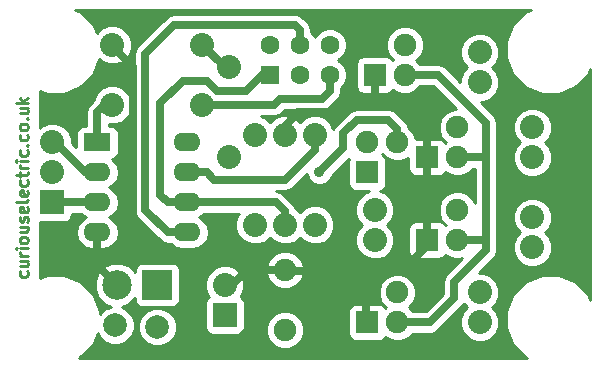
<source format=gtl>
G04 #@! TF.FileFunction,Copper,L1,Top,Signal*
%FSLAX46Y46*%
G04 Gerber Fmt 4.6, Leading zero omitted, Abs format (unit mm)*
G04 Created by KiCad (PCBNEW 4.0.0-rc2-stable) date 23/12/2015 16:59:54*
%MOMM*%
G01*
G04 APERTURE LIST*
%ADD10C,0.150000*%
%ADD11C,0.250000*%
%ADD12R,2.032000X2.032000*%
%ADD13C,2.032000*%
%ADD14C,1.905000*%
%ADD15R,2.286000X1.574800*%
%ADD16O,2.286000X1.574800*%
%ADD17R,2.499360X2.499360*%
%ADD18C,2.499360*%
%ADD19C,1.998980*%
%ADD20R,1.600200X1.600200*%
%ADD21C,1.600200*%
%ADD22R,1.905000X1.905000*%
%ADD23C,0.889000*%
%ADD24C,0.635000*%
%ADD25C,0.254000*%
G04 APERTURE END LIST*
D10*
D11*
X39774762Y-78850238D02*
X39822381Y-78945476D01*
X39822381Y-79135953D01*
X39774762Y-79231191D01*
X39727143Y-79278810D01*
X39631905Y-79326429D01*
X39346190Y-79326429D01*
X39250952Y-79278810D01*
X39203333Y-79231191D01*
X39155714Y-79135953D01*
X39155714Y-78945476D01*
X39203333Y-78850238D01*
X39155714Y-77993095D02*
X39822381Y-77993095D01*
X39155714Y-78421667D02*
X39679524Y-78421667D01*
X39774762Y-78374048D01*
X39822381Y-78278810D01*
X39822381Y-78135952D01*
X39774762Y-78040714D01*
X39727143Y-77993095D01*
X39822381Y-77516905D02*
X39155714Y-77516905D01*
X39346190Y-77516905D02*
X39250952Y-77469286D01*
X39203333Y-77421667D01*
X39155714Y-77326429D01*
X39155714Y-77231190D01*
X39822381Y-76897857D02*
X39155714Y-76897857D01*
X38822381Y-76897857D02*
X38870000Y-76945476D01*
X38917619Y-76897857D01*
X38870000Y-76850238D01*
X38822381Y-76897857D01*
X38917619Y-76897857D01*
X39822381Y-76278810D02*
X39774762Y-76374048D01*
X39727143Y-76421667D01*
X39631905Y-76469286D01*
X39346190Y-76469286D01*
X39250952Y-76421667D01*
X39203333Y-76374048D01*
X39155714Y-76278810D01*
X39155714Y-76135952D01*
X39203333Y-76040714D01*
X39250952Y-75993095D01*
X39346190Y-75945476D01*
X39631905Y-75945476D01*
X39727143Y-75993095D01*
X39774762Y-76040714D01*
X39822381Y-76135952D01*
X39822381Y-76278810D01*
X39155714Y-75088333D02*
X39822381Y-75088333D01*
X39155714Y-75516905D02*
X39679524Y-75516905D01*
X39774762Y-75469286D01*
X39822381Y-75374048D01*
X39822381Y-75231190D01*
X39774762Y-75135952D01*
X39727143Y-75088333D01*
X39774762Y-74659762D02*
X39822381Y-74564524D01*
X39822381Y-74374048D01*
X39774762Y-74278809D01*
X39679524Y-74231190D01*
X39631905Y-74231190D01*
X39536667Y-74278809D01*
X39489048Y-74374048D01*
X39489048Y-74516905D01*
X39441429Y-74612143D01*
X39346190Y-74659762D01*
X39298571Y-74659762D01*
X39203333Y-74612143D01*
X39155714Y-74516905D01*
X39155714Y-74374048D01*
X39203333Y-74278809D01*
X39774762Y-73421666D02*
X39822381Y-73516904D01*
X39822381Y-73707381D01*
X39774762Y-73802619D01*
X39679524Y-73850238D01*
X39298571Y-73850238D01*
X39203333Y-73802619D01*
X39155714Y-73707381D01*
X39155714Y-73516904D01*
X39203333Y-73421666D01*
X39298571Y-73374047D01*
X39393810Y-73374047D01*
X39489048Y-73850238D01*
X39822381Y-72802619D02*
X39774762Y-72897857D01*
X39679524Y-72945476D01*
X38822381Y-72945476D01*
X39774762Y-72040713D02*
X39822381Y-72135951D01*
X39822381Y-72326428D01*
X39774762Y-72421666D01*
X39679524Y-72469285D01*
X39298571Y-72469285D01*
X39203333Y-72421666D01*
X39155714Y-72326428D01*
X39155714Y-72135951D01*
X39203333Y-72040713D01*
X39298571Y-71993094D01*
X39393810Y-71993094D01*
X39489048Y-72469285D01*
X39774762Y-71135951D02*
X39822381Y-71231189D01*
X39822381Y-71421666D01*
X39774762Y-71516904D01*
X39727143Y-71564523D01*
X39631905Y-71612142D01*
X39346190Y-71612142D01*
X39250952Y-71564523D01*
X39203333Y-71516904D01*
X39155714Y-71421666D01*
X39155714Y-71231189D01*
X39203333Y-71135951D01*
X39155714Y-70850237D02*
X39155714Y-70469285D01*
X38822381Y-70707380D02*
X39679524Y-70707380D01*
X39774762Y-70659761D01*
X39822381Y-70564523D01*
X39822381Y-70469285D01*
X39822381Y-70135951D02*
X39155714Y-70135951D01*
X39346190Y-70135951D02*
X39250952Y-70088332D01*
X39203333Y-70040713D01*
X39155714Y-69945475D01*
X39155714Y-69850236D01*
X39822381Y-69516903D02*
X39155714Y-69516903D01*
X38822381Y-69516903D02*
X38870000Y-69564522D01*
X38917619Y-69516903D01*
X38870000Y-69469284D01*
X38822381Y-69516903D01*
X38917619Y-69516903D01*
X39774762Y-68612141D02*
X39822381Y-68707379D01*
X39822381Y-68897856D01*
X39774762Y-68993094D01*
X39727143Y-69040713D01*
X39631905Y-69088332D01*
X39346190Y-69088332D01*
X39250952Y-69040713D01*
X39203333Y-68993094D01*
X39155714Y-68897856D01*
X39155714Y-68707379D01*
X39203333Y-68612141D01*
X39727143Y-68183570D02*
X39774762Y-68135951D01*
X39822381Y-68183570D01*
X39774762Y-68231189D01*
X39727143Y-68183570D01*
X39822381Y-68183570D01*
X39774762Y-67278808D02*
X39822381Y-67374046D01*
X39822381Y-67564523D01*
X39774762Y-67659761D01*
X39727143Y-67707380D01*
X39631905Y-67754999D01*
X39346190Y-67754999D01*
X39250952Y-67707380D01*
X39203333Y-67659761D01*
X39155714Y-67564523D01*
X39155714Y-67374046D01*
X39203333Y-67278808D01*
X39822381Y-66707380D02*
X39774762Y-66802618D01*
X39727143Y-66850237D01*
X39631905Y-66897856D01*
X39346190Y-66897856D01*
X39250952Y-66850237D01*
X39203333Y-66802618D01*
X39155714Y-66707380D01*
X39155714Y-66564522D01*
X39203333Y-66469284D01*
X39250952Y-66421665D01*
X39346190Y-66374046D01*
X39631905Y-66374046D01*
X39727143Y-66421665D01*
X39774762Y-66469284D01*
X39822381Y-66564522D01*
X39822381Y-66707380D01*
X39727143Y-65945475D02*
X39774762Y-65897856D01*
X39822381Y-65945475D01*
X39774762Y-65993094D01*
X39727143Y-65945475D01*
X39822381Y-65945475D01*
X39155714Y-65040713D02*
X39822381Y-65040713D01*
X39155714Y-65469285D02*
X39679524Y-65469285D01*
X39774762Y-65421666D01*
X39822381Y-65326428D01*
X39822381Y-65183570D01*
X39774762Y-65088332D01*
X39727143Y-65040713D01*
X39822381Y-64564523D02*
X38822381Y-64564523D01*
X39441429Y-64469285D02*
X39822381Y-64183570D01*
X39155714Y-64183570D02*
X39536667Y-64564523D01*
D12*
X56515000Y-82550000D03*
D13*
X56515000Y-80010000D03*
D14*
X61595000Y-83820000D03*
X61595000Y-78740000D03*
D13*
X78105000Y-62865000D03*
X78105000Y-60325000D03*
X82550000Y-69215000D03*
X82550000Y-66675000D03*
X82550000Y-76835000D03*
X82550000Y-74295000D03*
X78105000Y-83185000D03*
X78105000Y-80645000D03*
X69215000Y-76200000D03*
X69215000Y-73660000D03*
D15*
X45720000Y-67945000D03*
D16*
X45720000Y-70485000D03*
X45720000Y-73025000D03*
X45720000Y-75565000D03*
X53340000Y-75565000D03*
X53340000Y-73025000D03*
X53340000Y-70485000D03*
X53340000Y-67945000D03*
D17*
X50800000Y-80010000D03*
D18*
X47371000Y-80010000D03*
D19*
X50800000Y-83566000D03*
X47244000Y-83439000D03*
D20*
X60325000Y-62230000D03*
D21*
X60325000Y-59690000D03*
X62865000Y-62230000D03*
X62865000Y-59690000D03*
X65405000Y-62230000D03*
X65405000Y-59690000D03*
D22*
X68580000Y-70485000D03*
D14*
X71120000Y-67945000D03*
X68580000Y-67945000D03*
D22*
X69215000Y-62230000D03*
D14*
X71755000Y-62230000D03*
X71755000Y-59690000D03*
D22*
X73660000Y-69215000D03*
D14*
X76200000Y-69215000D03*
X76200000Y-66675000D03*
D22*
X73660000Y-76200000D03*
D14*
X76200000Y-76200000D03*
X76200000Y-73660000D03*
D22*
X68580000Y-83185000D03*
D14*
X71120000Y-83185000D03*
X71120000Y-80645000D03*
D13*
X59055000Y-67310000D03*
X59055000Y-74930000D03*
X61595000Y-74930000D03*
X61595000Y-67310000D03*
X56896000Y-69215000D03*
X56896000Y-61595000D03*
X64135000Y-67310000D03*
X64135000Y-74930000D03*
X54610000Y-59690000D03*
X54610000Y-64770000D03*
X46990000Y-59690000D03*
X46990000Y-64770000D03*
D12*
X41910000Y-73025000D03*
D13*
X41910000Y-70485000D03*
X41910000Y-67945000D03*
D23*
X64516000Y-70485000D03*
D24*
X46990000Y-59690000D02*
X46990000Y-59817000D01*
X46990000Y-59817000D02*
X48768000Y-61595000D01*
X48768000Y-61595000D02*
X48768000Y-63119000D01*
X48768000Y-63119000D02*
X48768000Y-73787000D01*
X48768000Y-77597000D02*
X48895000Y-77470000D01*
X48895000Y-77470000D02*
X48895000Y-77597000D01*
X48768000Y-73787000D02*
X48768000Y-77597000D01*
X56896000Y-61595000D02*
X56515000Y-61595000D01*
X56515000Y-61595000D02*
X54610000Y-59690000D01*
X52959000Y-77597000D02*
X48895000Y-77597000D01*
X58166000Y-78740000D02*
X57023000Y-77597000D01*
X57023000Y-77597000D02*
X52959000Y-77597000D01*
X59309000Y-78740000D02*
X58166000Y-78740000D01*
X48895000Y-77597000D02*
X45720000Y-77597000D01*
X45720000Y-75565000D02*
X45720000Y-77597000D01*
X45720000Y-77597000D02*
X45720000Y-78359000D01*
X45720000Y-78359000D02*
X47371000Y-80010000D01*
X69215000Y-62230000D02*
X69215000Y-64262000D01*
X61595000Y-67310000D02*
X61595000Y-66548000D01*
X61595000Y-66548000D02*
X62738000Y-65405000D01*
X62738000Y-65405000D02*
X66675000Y-65405000D01*
X67818000Y-64262000D02*
X69215000Y-64262000D01*
X66675000Y-65405000D02*
X67818000Y-64262000D01*
X69215000Y-64262000D02*
X72517000Y-64262000D01*
X73660000Y-67056000D02*
X73660000Y-69215000D01*
X73660000Y-65405000D02*
X73660000Y-67056000D01*
X72517000Y-64262000D02*
X73660000Y-65405000D01*
X61595000Y-66548000D02*
X62738000Y-65405000D01*
X68453000Y-78867000D02*
X68453000Y-83058000D01*
X68453000Y-83058000D02*
X68580000Y-83185000D01*
X56515000Y-80010000D02*
X57150000Y-80010000D01*
X57150000Y-80010000D02*
X58420000Y-78740000D01*
X58420000Y-78740000D02*
X59309000Y-78740000D01*
X59309000Y-78740000D02*
X61595000Y-78740000D01*
X73660000Y-76200000D02*
X73660000Y-76708000D01*
X73660000Y-76708000D02*
X71501000Y-78867000D01*
X71501000Y-78867000D02*
X68453000Y-78867000D01*
X68453000Y-78867000D02*
X61722000Y-78867000D01*
X61722000Y-78867000D02*
X61595000Y-78740000D01*
X73660000Y-76200000D02*
X73533000Y-76200000D01*
X73660000Y-69215000D02*
X73660000Y-76200000D01*
X69215000Y-62230000D02*
X69215000Y-62611000D01*
X53975000Y-64770000D02*
X60706000Y-64770000D01*
X65405000Y-63627000D02*
X65405000Y-62230000D01*
X64770000Y-64262000D02*
X65405000Y-63627000D01*
X61214000Y-64262000D02*
X64770000Y-64262000D01*
X60706000Y-64770000D02*
X61214000Y-64262000D01*
X45720000Y-67945000D02*
X45720000Y-65405000D01*
X45720000Y-65405000D02*
X46355000Y-64770000D01*
X41910000Y-67945000D02*
X42164000Y-67945000D01*
X42164000Y-67945000D02*
X44704000Y-70485000D01*
X44704000Y-70485000D02*
X45720000Y-70485000D01*
X41910000Y-73025000D02*
X45720000Y-73025000D01*
X53340000Y-75565000D02*
X51689000Y-75565000D01*
X49784000Y-60452000D02*
X52197000Y-58039000D01*
X49784000Y-73660000D02*
X49784000Y-60452000D01*
X51689000Y-75565000D02*
X49784000Y-73660000D01*
X53340000Y-75565000D02*
X52451000Y-75565000D01*
X62865000Y-58420000D02*
X62865000Y-59690000D01*
X52197000Y-58039000D02*
X62484000Y-58039000D01*
X62484000Y-58039000D02*
X62865000Y-58420000D01*
X60325000Y-62230000D02*
X59690000Y-62230000D01*
X59690000Y-62230000D02*
X58293000Y-63627000D01*
X58293000Y-63627000D02*
X55880000Y-63627000D01*
X55880000Y-63627000D02*
X54991000Y-62738000D01*
X54991000Y-62738000D02*
X52959000Y-62738000D01*
X52959000Y-62738000D02*
X51054000Y-64643000D01*
X51054000Y-64643000D02*
X51054000Y-72390000D01*
X51054000Y-72390000D02*
X51689000Y-73025000D01*
X51689000Y-73025000D02*
X53340000Y-73025000D01*
X53340000Y-73025000D02*
X60833000Y-73025000D01*
X61595000Y-73787000D02*
X61595000Y-74930000D01*
X60833000Y-73025000D02*
X61595000Y-73787000D01*
X53340000Y-70485000D02*
X54991000Y-70485000D01*
X54991000Y-70485000D02*
X55626000Y-71120000D01*
X64135000Y-67310000D02*
X64135000Y-68580000D01*
X64135000Y-68580000D02*
X61595000Y-71120000D01*
X61595000Y-71120000D02*
X55626000Y-71120000D01*
X76200000Y-76200000D02*
X78613000Y-76200000D01*
X78613000Y-76200000D02*
X78613000Y-76073000D01*
X76200000Y-69215000D02*
X78613000Y-69215000D01*
X78613000Y-69215000D02*
X78486000Y-69215000D01*
X78486000Y-69215000D02*
X78613000Y-69215000D01*
X71120000Y-83185000D02*
X73914000Y-83185000D01*
X74549000Y-62230000D02*
X71755000Y-62230000D01*
X78613000Y-66294000D02*
X74549000Y-62230000D01*
X78613000Y-77089000D02*
X78613000Y-76073000D01*
X78613000Y-76073000D02*
X78613000Y-69215000D01*
X78613000Y-69215000D02*
X78613000Y-66294000D01*
X75946000Y-79756000D02*
X78613000Y-77089000D01*
X75946000Y-81153000D02*
X75946000Y-79756000D01*
X73914000Y-83185000D02*
X75946000Y-81153000D01*
X71120000Y-67945000D02*
X71120000Y-66802000D01*
X66548000Y-68453000D02*
X64516000Y-70485000D01*
X66548000Y-67183000D02*
X66548000Y-68453000D01*
X67691000Y-66040000D02*
X66548000Y-67183000D01*
X70358000Y-66040000D02*
X67691000Y-66040000D01*
X71120000Y-66802000D02*
X70358000Y-66040000D01*
D25*
G36*
X81951439Y-56888355D02*
X80895064Y-57942888D01*
X80322653Y-59321407D01*
X80321350Y-60814045D01*
X80891355Y-62193561D01*
X81945888Y-63249936D01*
X83324407Y-63822347D01*
X84817045Y-63823650D01*
X86196561Y-63253645D01*
X87252936Y-62199112D01*
X87439500Y-61749816D01*
X87439500Y-81250981D01*
X87256645Y-80808439D01*
X86202112Y-79752064D01*
X84823593Y-79179653D01*
X83330955Y-79178350D01*
X81951439Y-79748355D01*
X80895064Y-80802888D01*
X80322653Y-82181407D01*
X80321350Y-83674045D01*
X80891355Y-85053561D01*
X81945888Y-86109936D01*
X82089334Y-86169500D01*
X44151382Y-86169500D01*
X44286561Y-86113645D01*
X45342936Y-85059112D01*
X45744905Y-84091063D01*
X45857538Y-84363655D01*
X46316927Y-84823846D01*
X46917453Y-85073206D01*
X47567694Y-85073774D01*
X48168655Y-84825462D01*
X48628846Y-84366073D01*
X48826655Y-83889694D01*
X49165226Y-83889694D01*
X49413538Y-84490655D01*
X49872927Y-84950846D01*
X50473453Y-85200206D01*
X51123694Y-85200774D01*
X51724655Y-84952462D01*
X52184846Y-84493073D01*
X52434206Y-83892547D01*
X52434774Y-83242306D01*
X52186462Y-82641345D01*
X51727073Y-82181154D01*
X51126547Y-81931794D01*
X50476306Y-81931226D01*
X49875345Y-82179538D01*
X49415154Y-82638927D01*
X49165794Y-83239453D01*
X49165226Y-83889694D01*
X48826655Y-83889694D01*
X48878206Y-83765547D01*
X48878774Y-83115306D01*
X48630462Y-82514345D01*
X48171073Y-82054154D01*
X47766075Y-81885984D01*
X48437191Y-81608686D01*
X48902880Y-81143808D01*
X48902880Y-81259680D01*
X48947158Y-81494997D01*
X49086230Y-81711121D01*
X49298430Y-81856111D01*
X49550320Y-81907120D01*
X52049680Y-81907120D01*
X52284997Y-81862842D01*
X52501121Y-81723770D01*
X52630785Y-81534000D01*
X54851560Y-81534000D01*
X54851560Y-83566000D01*
X54895838Y-83801317D01*
X55034910Y-84017441D01*
X55247110Y-84162431D01*
X55499000Y-84213440D01*
X57531000Y-84213440D01*
X57766317Y-84169162D01*
X57820357Y-84134388D01*
X60007225Y-84134388D01*
X60248398Y-84718072D01*
X60694579Y-85165032D01*
X61277841Y-85407224D01*
X61909388Y-85407775D01*
X62493072Y-85166602D01*
X62940032Y-84720421D01*
X63182224Y-84137159D01*
X63182775Y-83505612D01*
X62941602Y-82921928D01*
X62495421Y-82474968D01*
X61912159Y-82232776D01*
X61280612Y-82232225D01*
X60696928Y-82473398D01*
X60249968Y-82919579D01*
X60007776Y-83502841D01*
X60007225Y-84134388D01*
X57820357Y-84134388D01*
X57982441Y-84030090D01*
X58127431Y-83817890D01*
X58178440Y-83566000D01*
X58178440Y-81534000D01*
X58134162Y-81298683D01*
X57995090Y-81082559D01*
X57865900Y-80994287D01*
X57913834Y-80946437D01*
X58165713Y-80339845D01*
X58166286Y-79683037D01*
X57915466Y-79076005D01*
X57893887Y-79054388D01*
X60007225Y-79054388D01*
X60248398Y-79638072D01*
X60694579Y-80085032D01*
X61277841Y-80327224D01*
X61909388Y-80327775D01*
X62493072Y-80086602D01*
X62940032Y-79640421D01*
X63182224Y-79057159D01*
X63182775Y-78425612D01*
X62941602Y-77841928D01*
X62495421Y-77394968D01*
X61912159Y-77152776D01*
X61280612Y-77152225D01*
X60696928Y-77393398D01*
X60249968Y-77839579D01*
X60007776Y-78422841D01*
X60007225Y-79054388D01*
X57893887Y-79054388D01*
X57451437Y-78611166D01*
X56844845Y-78359287D01*
X56188037Y-78358714D01*
X55581005Y-78609534D01*
X55116166Y-79073563D01*
X54864287Y-79680155D01*
X54863714Y-80336963D01*
X55114534Y-80943995D01*
X55164872Y-80994421D01*
X55047559Y-81069910D01*
X54902569Y-81282110D01*
X54851560Y-81534000D01*
X52630785Y-81534000D01*
X52646111Y-81511570D01*
X52697120Y-81259680D01*
X52697120Y-78760320D01*
X52652842Y-78525003D01*
X52513770Y-78308879D01*
X52301570Y-78163889D01*
X52049680Y-78112880D01*
X49550320Y-78112880D01*
X49315003Y-78157158D01*
X49098879Y-78296230D01*
X48953889Y-78508430D01*
X48902880Y-78760320D01*
X48902880Y-78876886D01*
X48439979Y-78413178D01*
X47747531Y-78125648D01*
X46997759Y-78124994D01*
X46304809Y-78411314D01*
X45774178Y-78941021D01*
X45486648Y-79633469D01*
X45485994Y-80383241D01*
X45772314Y-81076191D01*
X46302021Y-81606822D01*
X46848688Y-81833818D01*
X46319345Y-82052538D01*
X45916417Y-82454764D01*
X45916650Y-82187955D01*
X45346645Y-80808439D01*
X44292112Y-79752064D01*
X42913593Y-79179653D01*
X41420955Y-79178350D01*
X40830000Y-79422528D01*
X40830000Y-74675480D01*
X40894000Y-74688440D01*
X42926000Y-74688440D01*
X43161317Y-74644162D01*
X43377441Y-74505090D01*
X43522431Y-74292890D01*
X43573440Y-74041000D01*
X43573440Y-73977500D01*
X44288172Y-73977500D01*
X44323778Y-74030789D01*
X44719199Y-74295000D01*
X44323778Y-74559211D01*
X44015441Y-75020671D01*
X43907167Y-75565000D01*
X44015441Y-76109329D01*
X44323778Y-76570789D01*
X44785238Y-76879126D01*
X45329567Y-76987400D01*
X46110433Y-76987400D01*
X46654762Y-76879126D01*
X47116222Y-76570789D01*
X47424559Y-76109329D01*
X47532833Y-75565000D01*
X47424559Y-75020671D01*
X47116222Y-74559211D01*
X46720801Y-74295000D01*
X47116222Y-74030789D01*
X47424559Y-73569329D01*
X47532833Y-73025000D01*
X47424559Y-72480671D01*
X47116222Y-72019211D01*
X46720801Y-71755000D01*
X47116222Y-71490789D01*
X47424559Y-71029329D01*
X47532833Y-70485000D01*
X47424559Y-69940671D01*
X47116222Y-69479211D01*
X46944540Y-69364497D01*
X47098317Y-69335562D01*
X47314441Y-69196490D01*
X47459431Y-68984290D01*
X47510440Y-68732400D01*
X47510440Y-67157600D01*
X47466162Y-66922283D01*
X47327090Y-66706159D01*
X47114890Y-66561169D01*
X46863000Y-66510160D01*
X46672500Y-66510160D01*
X46672500Y-66420724D01*
X47316963Y-66421286D01*
X47923995Y-66170466D01*
X48388834Y-65706437D01*
X48640713Y-65099845D01*
X48641286Y-64443037D01*
X48390466Y-63836005D01*
X47926437Y-63371166D01*
X47319845Y-63119287D01*
X46663037Y-63118714D01*
X46056005Y-63369534D01*
X45591166Y-63833563D01*
X45340338Y-64437624D01*
X45046481Y-64731481D01*
X44840005Y-65040494D01*
X44767500Y-65405000D01*
X44767500Y-66510160D01*
X44577000Y-66510160D01*
X44341683Y-66554438D01*
X44125559Y-66693510D01*
X43980569Y-66905710D01*
X43929560Y-67157600D01*
X43929560Y-68363522D01*
X43560957Y-67994919D01*
X43561286Y-67618037D01*
X43310466Y-67011005D01*
X42846437Y-66546166D01*
X42239845Y-66294287D01*
X41583037Y-66293714D01*
X40976005Y-66544534D01*
X40830000Y-66690285D01*
X40830000Y-63579680D01*
X41414407Y-63822347D01*
X42907045Y-63823650D01*
X44286561Y-63253645D01*
X45342936Y-62199112D01*
X45877287Y-60912251D01*
X46053563Y-61088834D01*
X46660155Y-61340713D01*
X47316963Y-61341286D01*
X47923995Y-61090466D01*
X48388834Y-60626437D01*
X48461266Y-60452000D01*
X48831500Y-60452000D01*
X48831500Y-73660000D01*
X48904005Y-74024506D01*
X49110481Y-74333519D01*
X51015481Y-76238519D01*
X51324494Y-76444995D01*
X51689000Y-76517500D01*
X51908172Y-76517500D01*
X51943778Y-76570789D01*
X52405238Y-76879126D01*
X52949567Y-76987400D01*
X53730433Y-76987400D01*
X54274762Y-76879126D01*
X54736222Y-76570789D01*
X55044559Y-76109329D01*
X55152833Y-75565000D01*
X55044559Y-75020671D01*
X54736222Y-74559211D01*
X54340801Y-74295000D01*
X54736222Y-74030789D01*
X54771828Y-73977500D01*
X57672257Y-73977500D01*
X57656166Y-73993563D01*
X57404287Y-74600155D01*
X57403714Y-75256963D01*
X57654534Y-75863995D01*
X58118563Y-76328834D01*
X58725155Y-76580713D01*
X59381963Y-76581286D01*
X59988995Y-76330466D01*
X60325179Y-75994868D01*
X60658563Y-76328834D01*
X61265155Y-76580713D01*
X61921963Y-76581286D01*
X62528995Y-76330466D01*
X62865179Y-75994868D01*
X63198563Y-76328834D01*
X63805155Y-76580713D01*
X64461963Y-76581286D01*
X65068995Y-76330466D01*
X65533834Y-75866437D01*
X65785713Y-75259845D01*
X65786286Y-74603037D01*
X65535466Y-73996005D01*
X65071437Y-73531166D01*
X64464845Y-73279287D01*
X63808037Y-73278714D01*
X63201005Y-73529534D01*
X62864821Y-73865132D01*
X62531437Y-73531166D01*
X62493476Y-73515403D01*
X62474995Y-73422494D01*
X62268519Y-73113481D01*
X61506519Y-72351481D01*
X61197506Y-72145005D01*
X60833000Y-72072500D01*
X61595000Y-72072500D01*
X61959506Y-71999995D01*
X62268519Y-71793519D01*
X63436377Y-70625662D01*
X63436313Y-70698784D01*
X63600311Y-71095689D01*
X63903714Y-71399622D01*
X64300332Y-71564313D01*
X64729784Y-71564687D01*
X65126689Y-71400689D01*
X65430622Y-71097286D01*
X65558347Y-70789691D01*
X67021836Y-69326202D01*
X66980060Y-69532500D01*
X66980060Y-71437500D01*
X67024338Y-71672817D01*
X67163410Y-71888941D01*
X67375610Y-72033931D01*
X67627500Y-72084940D01*
X68703556Y-72084940D01*
X68281005Y-72259534D01*
X67816166Y-72723563D01*
X67564287Y-73330155D01*
X67563714Y-73986963D01*
X67814534Y-74593995D01*
X68150132Y-74930179D01*
X67816166Y-75263563D01*
X67564287Y-75870155D01*
X67563714Y-76526963D01*
X67814534Y-77133995D01*
X68278563Y-77598834D01*
X68885155Y-77850713D01*
X69541963Y-77851286D01*
X70148995Y-77600466D01*
X70613834Y-77136437D01*
X70865713Y-76529845D01*
X70866286Y-75873037D01*
X70615466Y-75266005D01*
X70279868Y-74929821D01*
X70613834Y-74596437D01*
X70865713Y-73989845D01*
X70866286Y-73333037D01*
X70615466Y-72726005D01*
X70151437Y-72261166D01*
X69666373Y-72059750D01*
X69767817Y-72040662D01*
X69983941Y-71901590D01*
X70128931Y-71689390D01*
X70179940Y-71437500D01*
X70179940Y-69532500D01*
X70135662Y-69297183D01*
X69996590Y-69081059D01*
X69813976Y-68956284D01*
X69850257Y-68920065D01*
X70219579Y-69290032D01*
X70802841Y-69532224D01*
X71434388Y-69532775D01*
X72018072Y-69291602D01*
X72060060Y-69249687D01*
X72060060Y-70167500D01*
X72104338Y-70402817D01*
X72243410Y-70618941D01*
X72455610Y-70763931D01*
X72707500Y-70814940D01*
X74612500Y-70814940D01*
X74847817Y-70770662D01*
X75063941Y-70631590D01*
X75188716Y-70448976D01*
X75299579Y-70560032D01*
X75882841Y-70802224D01*
X76514388Y-70802775D01*
X77098072Y-70561602D01*
X77492862Y-70167500D01*
X77660500Y-70167500D01*
X77660500Y-73037583D01*
X77546602Y-72761928D01*
X77100421Y-72314968D01*
X76517159Y-72072776D01*
X75885612Y-72072225D01*
X75301928Y-72313398D01*
X74854968Y-72759579D01*
X74612776Y-73342841D01*
X74612225Y-73974388D01*
X74853398Y-74558072D01*
X75224935Y-74930257D01*
X75187190Y-74967936D01*
X75076590Y-74796059D01*
X74864390Y-74651069D01*
X74612500Y-74600060D01*
X72707500Y-74600060D01*
X72472183Y-74644338D01*
X72256059Y-74783410D01*
X72111069Y-74995610D01*
X72060060Y-75247500D01*
X72060060Y-77152500D01*
X72104338Y-77387817D01*
X72243410Y-77603941D01*
X72455610Y-77748931D01*
X72707500Y-77799940D01*
X74612500Y-77799940D01*
X74847817Y-77755662D01*
X75063941Y-77616590D01*
X75188716Y-77433976D01*
X75299579Y-77545032D01*
X75882841Y-77787224D01*
X76514388Y-77787775D01*
X76604364Y-77750598D01*
X75272481Y-79082481D01*
X75066005Y-79391494D01*
X74993500Y-79756000D01*
X74993500Y-80758462D01*
X73519462Y-82232500D01*
X72412269Y-82232500D01*
X72095065Y-81914743D01*
X72465032Y-81545421D01*
X72707224Y-80962159D01*
X72707775Y-80330612D01*
X72466602Y-79746928D01*
X72020421Y-79299968D01*
X71437159Y-79057776D01*
X70805612Y-79057225D01*
X70221928Y-79298398D01*
X69774968Y-79744579D01*
X69532776Y-80327841D01*
X69532225Y-80959388D01*
X69773398Y-81543072D01*
X70144935Y-81915257D01*
X70107190Y-81952936D01*
X69996590Y-81781059D01*
X69784390Y-81636069D01*
X69532500Y-81585060D01*
X67627500Y-81585060D01*
X67392183Y-81629338D01*
X67176059Y-81768410D01*
X67031069Y-81980610D01*
X66980060Y-82232500D01*
X66980060Y-84137500D01*
X67024338Y-84372817D01*
X67163410Y-84588941D01*
X67375610Y-84733931D01*
X67627500Y-84784940D01*
X69532500Y-84784940D01*
X69767817Y-84740662D01*
X69983941Y-84601590D01*
X70108716Y-84418976D01*
X70219579Y-84530032D01*
X70802841Y-84772224D01*
X71434388Y-84772775D01*
X72018072Y-84531602D01*
X72412862Y-84137500D01*
X73914000Y-84137500D01*
X74278506Y-84064995D01*
X74587519Y-83858519D01*
X76619519Y-81826519D01*
X76752682Y-81627227D01*
X77040132Y-81915179D01*
X76706166Y-82248563D01*
X76454287Y-82855155D01*
X76453714Y-83511963D01*
X76704534Y-84118995D01*
X77168563Y-84583834D01*
X77775155Y-84835713D01*
X78431963Y-84836286D01*
X79038995Y-84585466D01*
X79503834Y-84121437D01*
X79755713Y-83514845D01*
X79756286Y-82858037D01*
X79505466Y-82251005D01*
X79169868Y-81914821D01*
X79503834Y-81581437D01*
X79755713Y-80974845D01*
X79756286Y-80318037D01*
X79505466Y-79711005D01*
X79041437Y-79246166D01*
X78434845Y-78994287D01*
X78055083Y-78993956D01*
X79286520Y-77762519D01*
X79431839Y-77545032D01*
X79492995Y-77453506D01*
X79565500Y-77089000D01*
X79565500Y-74621963D01*
X80898714Y-74621963D01*
X81149534Y-75228995D01*
X81485132Y-75565179D01*
X81151166Y-75898563D01*
X80899287Y-76505155D01*
X80898714Y-77161963D01*
X81149534Y-77768995D01*
X81613563Y-78233834D01*
X82220155Y-78485713D01*
X82876963Y-78486286D01*
X83483995Y-78235466D01*
X83948834Y-77771437D01*
X84200713Y-77164845D01*
X84201286Y-76508037D01*
X83950466Y-75901005D01*
X83614868Y-75564821D01*
X83948834Y-75231437D01*
X84200713Y-74624845D01*
X84201286Y-73968037D01*
X83950466Y-73361005D01*
X83486437Y-72896166D01*
X82879845Y-72644287D01*
X82223037Y-72643714D01*
X81616005Y-72894534D01*
X81151166Y-73358563D01*
X80899287Y-73965155D01*
X80898714Y-74621963D01*
X79565500Y-74621963D01*
X79565500Y-67001963D01*
X80898714Y-67001963D01*
X81149534Y-67608995D01*
X81485132Y-67945179D01*
X81151166Y-68278563D01*
X80899287Y-68885155D01*
X80898714Y-69541963D01*
X81149534Y-70148995D01*
X81613563Y-70613834D01*
X82220155Y-70865713D01*
X82876963Y-70866286D01*
X83483995Y-70615466D01*
X83948834Y-70151437D01*
X84200713Y-69544845D01*
X84201286Y-68888037D01*
X83950466Y-68281005D01*
X83614868Y-67944821D01*
X83948834Y-67611437D01*
X84200713Y-67004845D01*
X84201286Y-66348037D01*
X83950466Y-65741005D01*
X83486437Y-65276166D01*
X82879845Y-65024287D01*
X82223037Y-65023714D01*
X81616005Y-65274534D01*
X81151166Y-65738563D01*
X80899287Y-66345155D01*
X80898714Y-67001963D01*
X79565500Y-67001963D01*
X79565500Y-66294000D01*
X79492995Y-65929494D01*
X79286519Y-65620481D01*
X78182106Y-64516068D01*
X78431963Y-64516286D01*
X79038995Y-64265466D01*
X79503834Y-63801437D01*
X79755713Y-63194845D01*
X79756286Y-62538037D01*
X79505466Y-61931005D01*
X79169868Y-61594821D01*
X79503834Y-61261437D01*
X79755713Y-60654845D01*
X79756286Y-59998037D01*
X79505466Y-59391005D01*
X79041437Y-58926166D01*
X78434845Y-58674287D01*
X77778037Y-58673714D01*
X77171005Y-58924534D01*
X76706166Y-59388563D01*
X76454287Y-59995155D01*
X76453714Y-60651963D01*
X76704534Y-61258995D01*
X77040132Y-61595179D01*
X76706166Y-61928563D01*
X76454287Y-62535155D01*
X76454066Y-62788028D01*
X75222519Y-61556481D01*
X74913506Y-61350005D01*
X74549000Y-61277500D01*
X73047269Y-61277500D01*
X72730065Y-60959743D01*
X73100032Y-60590421D01*
X73342224Y-60007159D01*
X73342775Y-59375612D01*
X73101602Y-58791928D01*
X72655421Y-58344968D01*
X72072159Y-58102776D01*
X71440612Y-58102225D01*
X70856928Y-58343398D01*
X70409968Y-58789579D01*
X70167776Y-59372841D01*
X70167225Y-60004388D01*
X70408398Y-60588072D01*
X70779935Y-60960257D01*
X70742190Y-60997936D01*
X70631590Y-60826059D01*
X70419390Y-60681069D01*
X70167500Y-60630060D01*
X68262500Y-60630060D01*
X68027183Y-60674338D01*
X67811059Y-60813410D01*
X67666069Y-61025610D01*
X67615060Y-61277500D01*
X67615060Y-63182500D01*
X67659338Y-63417817D01*
X67798410Y-63633941D01*
X68010610Y-63778931D01*
X68262500Y-63829940D01*
X70167500Y-63829940D01*
X70402817Y-63785662D01*
X70618941Y-63646590D01*
X70743716Y-63463976D01*
X70854579Y-63575032D01*
X71437841Y-63817224D01*
X72069388Y-63817775D01*
X72653072Y-63576602D01*
X73047862Y-63182500D01*
X74154462Y-63182500D01*
X76059339Y-65087377D01*
X75885612Y-65087225D01*
X75301928Y-65328398D01*
X74854968Y-65774579D01*
X74612776Y-66357841D01*
X74612225Y-66989388D01*
X74853398Y-67573072D01*
X75224935Y-67945257D01*
X75187190Y-67982936D01*
X75076590Y-67811059D01*
X74864390Y-67666069D01*
X74612500Y-67615060D01*
X72707500Y-67615060D01*
X72701793Y-67616134D01*
X72466602Y-67046928D01*
X72035273Y-66614845D01*
X71999995Y-66437494D01*
X71793519Y-66128481D01*
X71031519Y-65366481D01*
X70722506Y-65160005D01*
X70358000Y-65087500D01*
X67691000Y-65087500D01*
X67326494Y-65160005D01*
X67017481Y-65366481D01*
X65874481Y-66509481D01*
X65699081Y-66771985D01*
X65535466Y-66376005D01*
X65071437Y-65911166D01*
X64464845Y-65659287D01*
X63808037Y-65658714D01*
X63201005Y-65909534D01*
X62864821Y-66245132D01*
X62531437Y-65911166D01*
X61924845Y-65659287D01*
X61268037Y-65658714D01*
X60661005Y-65909534D01*
X60324821Y-66245132D01*
X59991437Y-65911166D01*
X59537079Y-65722500D01*
X60706000Y-65722500D01*
X61070506Y-65649995D01*
X61379519Y-65443519D01*
X61608538Y-65214500D01*
X64770000Y-65214500D01*
X65134506Y-65141995D01*
X65443519Y-64935519D01*
X66078519Y-64300519D01*
X66104257Y-64262000D01*
X66284995Y-63991506D01*
X66357500Y-63627000D01*
X66357500Y-63306930D01*
X66620909Y-63043980D01*
X66839850Y-62516711D01*
X66840348Y-61945793D01*
X66622328Y-61418143D01*
X66218980Y-61014091D01*
X66089047Y-60960138D01*
X66216857Y-60907328D01*
X66620909Y-60503980D01*
X66839850Y-59976711D01*
X66840348Y-59405793D01*
X66622328Y-58878143D01*
X66218980Y-58474091D01*
X65691711Y-58255150D01*
X65120793Y-58254652D01*
X64593143Y-58472672D01*
X64189091Y-58876020D01*
X64135138Y-59005953D01*
X64082328Y-58878143D01*
X63817500Y-58612853D01*
X63817500Y-58420000D01*
X63744995Y-58055494D01*
X63538519Y-57746481D01*
X63157519Y-57365481D01*
X62848506Y-57159005D01*
X62484000Y-57086500D01*
X52197000Y-57086500D01*
X51885045Y-57148552D01*
X51832494Y-57159005D01*
X51523481Y-57365481D01*
X49110481Y-59778481D01*
X48904005Y-60087494D01*
X48831500Y-60452000D01*
X48461266Y-60452000D01*
X48640713Y-60019845D01*
X48641286Y-59363037D01*
X48390466Y-58756005D01*
X47926437Y-58291166D01*
X47319845Y-58039287D01*
X46663037Y-58038714D01*
X46056005Y-58289534D01*
X45653574Y-58691264D01*
X45346645Y-57948439D01*
X44292112Y-56892064D01*
X43842816Y-56705500D01*
X82393981Y-56705500D01*
X81951439Y-56888355D01*
X81951439Y-56888355D01*
G37*
X81951439Y-56888355D02*
X80895064Y-57942888D01*
X80322653Y-59321407D01*
X80321350Y-60814045D01*
X80891355Y-62193561D01*
X81945888Y-63249936D01*
X83324407Y-63822347D01*
X84817045Y-63823650D01*
X86196561Y-63253645D01*
X87252936Y-62199112D01*
X87439500Y-61749816D01*
X87439500Y-81250981D01*
X87256645Y-80808439D01*
X86202112Y-79752064D01*
X84823593Y-79179653D01*
X83330955Y-79178350D01*
X81951439Y-79748355D01*
X80895064Y-80802888D01*
X80322653Y-82181407D01*
X80321350Y-83674045D01*
X80891355Y-85053561D01*
X81945888Y-86109936D01*
X82089334Y-86169500D01*
X44151382Y-86169500D01*
X44286561Y-86113645D01*
X45342936Y-85059112D01*
X45744905Y-84091063D01*
X45857538Y-84363655D01*
X46316927Y-84823846D01*
X46917453Y-85073206D01*
X47567694Y-85073774D01*
X48168655Y-84825462D01*
X48628846Y-84366073D01*
X48826655Y-83889694D01*
X49165226Y-83889694D01*
X49413538Y-84490655D01*
X49872927Y-84950846D01*
X50473453Y-85200206D01*
X51123694Y-85200774D01*
X51724655Y-84952462D01*
X52184846Y-84493073D01*
X52434206Y-83892547D01*
X52434774Y-83242306D01*
X52186462Y-82641345D01*
X51727073Y-82181154D01*
X51126547Y-81931794D01*
X50476306Y-81931226D01*
X49875345Y-82179538D01*
X49415154Y-82638927D01*
X49165794Y-83239453D01*
X49165226Y-83889694D01*
X48826655Y-83889694D01*
X48878206Y-83765547D01*
X48878774Y-83115306D01*
X48630462Y-82514345D01*
X48171073Y-82054154D01*
X47766075Y-81885984D01*
X48437191Y-81608686D01*
X48902880Y-81143808D01*
X48902880Y-81259680D01*
X48947158Y-81494997D01*
X49086230Y-81711121D01*
X49298430Y-81856111D01*
X49550320Y-81907120D01*
X52049680Y-81907120D01*
X52284997Y-81862842D01*
X52501121Y-81723770D01*
X52630785Y-81534000D01*
X54851560Y-81534000D01*
X54851560Y-83566000D01*
X54895838Y-83801317D01*
X55034910Y-84017441D01*
X55247110Y-84162431D01*
X55499000Y-84213440D01*
X57531000Y-84213440D01*
X57766317Y-84169162D01*
X57820357Y-84134388D01*
X60007225Y-84134388D01*
X60248398Y-84718072D01*
X60694579Y-85165032D01*
X61277841Y-85407224D01*
X61909388Y-85407775D01*
X62493072Y-85166602D01*
X62940032Y-84720421D01*
X63182224Y-84137159D01*
X63182775Y-83505612D01*
X62941602Y-82921928D01*
X62495421Y-82474968D01*
X61912159Y-82232776D01*
X61280612Y-82232225D01*
X60696928Y-82473398D01*
X60249968Y-82919579D01*
X60007776Y-83502841D01*
X60007225Y-84134388D01*
X57820357Y-84134388D01*
X57982441Y-84030090D01*
X58127431Y-83817890D01*
X58178440Y-83566000D01*
X58178440Y-81534000D01*
X58134162Y-81298683D01*
X57995090Y-81082559D01*
X57865900Y-80994287D01*
X57913834Y-80946437D01*
X58165713Y-80339845D01*
X58166286Y-79683037D01*
X57915466Y-79076005D01*
X57893887Y-79054388D01*
X60007225Y-79054388D01*
X60248398Y-79638072D01*
X60694579Y-80085032D01*
X61277841Y-80327224D01*
X61909388Y-80327775D01*
X62493072Y-80086602D01*
X62940032Y-79640421D01*
X63182224Y-79057159D01*
X63182775Y-78425612D01*
X62941602Y-77841928D01*
X62495421Y-77394968D01*
X61912159Y-77152776D01*
X61280612Y-77152225D01*
X60696928Y-77393398D01*
X60249968Y-77839579D01*
X60007776Y-78422841D01*
X60007225Y-79054388D01*
X57893887Y-79054388D01*
X57451437Y-78611166D01*
X56844845Y-78359287D01*
X56188037Y-78358714D01*
X55581005Y-78609534D01*
X55116166Y-79073563D01*
X54864287Y-79680155D01*
X54863714Y-80336963D01*
X55114534Y-80943995D01*
X55164872Y-80994421D01*
X55047559Y-81069910D01*
X54902569Y-81282110D01*
X54851560Y-81534000D01*
X52630785Y-81534000D01*
X52646111Y-81511570D01*
X52697120Y-81259680D01*
X52697120Y-78760320D01*
X52652842Y-78525003D01*
X52513770Y-78308879D01*
X52301570Y-78163889D01*
X52049680Y-78112880D01*
X49550320Y-78112880D01*
X49315003Y-78157158D01*
X49098879Y-78296230D01*
X48953889Y-78508430D01*
X48902880Y-78760320D01*
X48902880Y-78876886D01*
X48439979Y-78413178D01*
X47747531Y-78125648D01*
X46997759Y-78124994D01*
X46304809Y-78411314D01*
X45774178Y-78941021D01*
X45486648Y-79633469D01*
X45485994Y-80383241D01*
X45772314Y-81076191D01*
X46302021Y-81606822D01*
X46848688Y-81833818D01*
X46319345Y-82052538D01*
X45916417Y-82454764D01*
X45916650Y-82187955D01*
X45346645Y-80808439D01*
X44292112Y-79752064D01*
X42913593Y-79179653D01*
X41420955Y-79178350D01*
X40830000Y-79422528D01*
X40830000Y-74675480D01*
X40894000Y-74688440D01*
X42926000Y-74688440D01*
X43161317Y-74644162D01*
X43377441Y-74505090D01*
X43522431Y-74292890D01*
X43573440Y-74041000D01*
X43573440Y-73977500D01*
X44288172Y-73977500D01*
X44323778Y-74030789D01*
X44719199Y-74295000D01*
X44323778Y-74559211D01*
X44015441Y-75020671D01*
X43907167Y-75565000D01*
X44015441Y-76109329D01*
X44323778Y-76570789D01*
X44785238Y-76879126D01*
X45329567Y-76987400D01*
X46110433Y-76987400D01*
X46654762Y-76879126D01*
X47116222Y-76570789D01*
X47424559Y-76109329D01*
X47532833Y-75565000D01*
X47424559Y-75020671D01*
X47116222Y-74559211D01*
X46720801Y-74295000D01*
X47116222Y-74030789D01*
X47424559Y-73569329D01*
X47532833Y-73025000D01*
X47424559Y-72480671D01*
X47116222Y-72019211D01*
X46720801Y-71755000D01*
X47116222Y-71490789D01*
X47424559Y-71029329D01*
X47532833Y-70485000D01*
X47424559Y-69940671D01*
X47116222Y-69479211D01*
X46944540Y-69364497D01*
X47098317Y-69335562D01*
X47314441Y-69196490D01*
X47459431Y-68984290D01*
X47510440Y-68732400D01*
X47510440Y-67157600D01*
X47466162Y-66922283D01*
X47327090Y-66706159D01*
X47114890Y-66561169D01*
X46863000Y-66510160D01*
X46672500Y-66510160D01*
X46672500Y-66420724D01*
X47316963Y-66421286D01*
X47923995Y-66170466D01*
X48388834Y-65706437D01*
X48640713Y-65099845D01*
X48641286Y-64443037D01*
X48390466Y-63836005D01*
X47926437Y-63371166D01*
X47319845Y-63119287D01*
X46663037Y-63118714D01*
X46056005Y-63369534D01*
X45591166Y-63833563D01*
X45340338Y-64437624D01*
X45046481Y-64731481D01*
X44840005Y-65040494D01*
X44767500Y-65405000D01*
X44767500Y-66510160D01*
X44577000Y-66510160D01*
X44341683Y-66554438D01*
X44125559Y-66693510D01*
X43980569Y-66905710D01*
X43929560Y-67157600D01*
X43929560Y-68363522D01*
X43560957Y-67994919D01*
X43561286Y-67618037D01*
X43310466Y-67011005D01*
X42846437Y-66546166D01*
X42239845Y-66294287D01*
X41583037Y-66293714D01*
X40976005Y-66544534D01*
X40830000Y-66690285D01*
X40830000Y-63579680D01*
X41414407Y-63822347D01*
X42907045Y-63823650D01*
X44286561Y-63253645D01*
X45342936Y-62199112D01*
X45877287Y-60912251D01*
X46053563Y-61088834D01*
X46660155Y-61340713D01*
X47316963Y-61341286D01*
X47923995Y-61090466D01*
X48388834Y-60626437D01*
X48461266Y-60452000D01*
X48831500Y-60452000D01*
X48831500Y-73660000D01*
X48904005Y-74024506D01*
X49110481Y-74333519D01*
X51015481Y-76238519D01*
X51324494Y-76444995D01*
X51689000Y-76517500D01*
X51908172Y-76517500D01*
X51943778Y-76570789D01*
X52405238Y-76879126D01*
X52949567Y-76987400D01*
X53730433Y-76987400D01*
X54274762Y-76879126D01*
X54736222Y-76570789D01*
X55044559Y-76109329D01*
X55152833Y-75565000D01*
X55044559Y-75020671D01*
X54736222Y-74559211D01*
X54340801Y-74295000D01*
X54736222Y-74030789D01*
X54771828Y-73977500D01*
X57672257Y-73977500D01*
X57656166Y-73993563D01*
X57404287Y-74600155D01*
X57403714Y-75256963D01*
X57654534Y-75863995D01*
X58118563Y-76328834D01*
X58725155Y-76580713D01*
X59381963Y-76581286D01*
X59988995Y-76330466D01*
X60325179Y-75994868D01*
X60658563Y-76328834D01*
X61265155Y-76580713D01*
X61921963Y-76581286D01*
X62528995Y-76330466D01*
X62865179Y-75994868D01*
X63198563Y-76328834D01*
X63805155Y-76580713D01*
X64461963Y-76581286D01*
X65068995Y-76330466D01*
X65533834Y-75866437D01*
X65785713Y-75259845D01*
X65786286Y-74603037D01*
X65535466Y-73996005D01*
X65071437Y-73531166D01*
X64464845Y-73279287D01*
X63808037Y-73278714D01*
X63201005Y-73529534D01*
X62864821Y-73865132D01*
X62531437Y-73531166D01*
X62493476Y-73515403D01*
X62474995Y-73422494D01*
X62268519Y-73113481D01*
X61506519Y-72351481D01*
X61197506Y-72145005D01*
X60833000Y-72072500D01*
X61595000Y-72072500D01*
X61959506Y-71999995D01*
X62268519Y-71793519D01*
X63436377Y-70625662D01*
X63436313Y-70698784D01*
X63600311Y-71095689D01*
X63903714Y-71399622D01*
X64300332Y-71564313D01*
X64729784Y-71564687D01*
X65126689Y-71400689D01*
X65430622Y-71097286D01*
X65558347Y-70789691D01*
X67021836Y-69326202D01*
X66980060Y-69532500D01*
X66980060Y-71437500D01*
X67024338Y-71672817D01*
X67163410Y-71888941D01*
X67375610Y-72033931D01*
X67627500Y-72084940D01*
X68703556Y-72084940D01*
X68281005Y-72259534D01*
X67816166Y-72723563D01*
X67564287Y-73330155D01*
X67563714Y-73986963D01*
X67814534Y-74593995D01*
X68150132Y-74930179D01*
X67816166Y-75263563D01*
X67564287Y-75870155D01*
X67563714Y-76526963D01*
X67814534Y-77133995D01*
X68278563Y-77598834D01*
X68885155Y-77850713D01*
X69541963Y-77851286D01*
X70148995Y-77600466D01*
X70613834Y-77136437D01*
X70865713Y-76529845D01*
X70866286Y-75873037D01*
X70615466Y-75266005D01*
X70279868Y-74929821D01*
X70613834Y-74596437D01*
X70865713Y-73989845D01*
X70866286Y-73333037D01*
X70615466Y-72726005D01*
X70151437Y-72261166D01*
X69666373Y-72059750D01*
X69767817Y-72040662D01*
X69983941Y-71901590D01*
X70128931Y-71689390D01*
X70179940Y-71437500D01*
X70179940Y-69532500D01*
X70135662Y-69297183D01*
X69996590Y-69081059D01*
X69813976Y-68956284D01*
X69850257Y-68920065D01*
X70219579Y-69290032D01*
X70802841Y-69532224D01*
X71434388Y-69532775D01*
X72018072Y-69291602D01*
X72060060Y-69249687D01*
X72060060Y-70167500D01*
X72104338Y-70402817D01*
X72243410Y-70618941D01*
X72455610Y-70763931D01*
X72707500Y-70814940D01*
X74612500Y-70814940D01*
X74847817Y-70770662D01*
X75063941Y-70631590D01*
X75188716Y-70448976D01*
X75299579Y-70560032D01*
X75882841Y-70802224D01*
X76514388Y-70802775D01*
X77098072Y-70561602D01*
X77492862Y-70167500D01*
X77660500Y-70167500D01*
X77660500Y-73037583D01*
X77546602Y-72761928D01*
X77100421Y-72314968D01*
X76517159Y-72072776D01*
X75885612Y-72072225D01*
X75301928Y-72313398D01*
X74854968Y-72759579D01*
X74612776Y-73342841D01*
X74612225Y-73974388D01*
X74853398Y-74558072D01*
X75224935Y-74930257D01*
X75187190Y-74967936D01*
X75076590Y-74796059D01*
X74864390Y-74651069D01*
X74612500Y-74600060D01*
X72707500Y-74600060D01*
X72472183Y-74644338D01*
X72256059Y-74783410D01*
X72111069Y-74995610D01*
X72060060Y-75247500D01*
X72060060Y-77152500D01*
X72104338Y-77387817D01*
X72243410Y-77603941D01*
X72455610Y-77748931D01*
X72707500Y-77799940D01*
X74612500Y-77799940D01*
X74847817Y-77755662D01*
X75063941Y-77616590D01*
X75188716Y-77433976D01*
X75299579Y-77545032D01*
X75882841Y-77787224D01*
X76514388Y-77787775D01*
X76604364Y-77750598D01*
X75272481Y-79082481D01*
X75066005Y-79391494D01*
X74993500Y-79756000D01*
X74993500Y-80758462D01*
X73519462Y-82232500D01*
X72412269Y-82232500D01*
X72095065Y-81914743D01*
X72465032Y-81545421D01*
X72707224Y-80962159D01*
X72707775Y-80330612D01*
X72466602Y-79746928D01*
X72020421Y-79299968D01*
X71437159Y-79057776D01*
X70805612Y-79057225D01*
X70221928Y-79298398D01*
X69774968Y-79744579D01*
X69532776Y-80327841D01*
X69532225Y-80959388D01*
X69773398Y-81543072D01*
X70144935Y-81915257D01*
X70107190Y-81952936D01*
X69996590Y-81781059D01*
X69784390Y-81636069D01*
X69532500Y-81585060D01*
X67627500Y-81585060D01*
X67392183Y-81629338D01*
X67176059Y-81768410D01*
X67031069Y-81980610D01*
X66980060Y-82232500D01*
X66980060Y-84137500D01*
X67024338Y-84372817D01*
X67163410Y-84588941D01*
X67375610Y-84733931D01*
X67627500Y-84784940D01*
X69532500Y-84784940D01*
X69767817Y-84740662D01*
X69983941Y-84601590D01*
X70108716Y-84418976D01*
X70219579Y-84530032D01*
X70802841Y-84772224D01*
X71434388Y-84772775D01*
X72018072Y-84531602D01*
X72412862Y-84137500D01*
X73914000Y-84137500D01*
X74278506Y-84064995D01*
X74587519Y-83858519D01*
X76619519Y-81826519D01*
X76752682Y-81627227D01*
X77040132Y-81915179D01*
X76706166Y-82248563D01*
X76454287Y-82855155D01*
X76453714Y-83511963D01*
X76704534Y-84118995D01*
X77168563Y-84583834D01*
X77775155Y-84835713D01*
X78431963Y-84836286D01*
X79038995Y-84585466D01*
X79503834Y-84121437D01*
X79755713Y-83514845D01*
X79756286Y-82858037D01*
X79505466Y-82251005D01*
X79169868Y-81914821D01*
X79503834Y-81581437D01*
X79755713Y-80974845D01*
X79756286Y-80318037D01*
X79505466Y-79711005D01*
X79041437Y-79246166D01*
X78434845Y-78994287D01*
X78055083Y-78993956D01*
X79286520Y-77762519D01*
X79431839Y-77545032D01*
X79492995Y-77453506D01*
X79565500Y-77089000D01*
X79565500Y-74621963D01*
X80898714Y-74621963D01*
X81149534Y-75228995D01*
X81485132Y-75565179D01*
X81151166Y-75898563D01*
X80899287Y-76505155D01*
X80898714Y-77161963D01*
X81149534Y-77768995D01*
X81613563Y-78233834D01*
X82220155Y-78485713D01*
X82876963Y-78486286D01*
X83483995Y-78235466D01*
X83948834Y-77771437D01*
X84200713Y-77164845D01*
X84201286Y-76508037D01*
X83950466Y-75901005D01*
X83614868Y-75564821D01*
X83948834Y-75231437D01*
X84200713Y-74624845D01*
X84201286Y-73968037D01*
X83950466Y-73361005D01*
X83486437Y-72896166D01*
X82879845Y-72644287D01*
X82223037Y-72643714D01*
X81616005Y-72894534D01*
X81151166Y-73358563D01*
X80899287Y-73965155D01*
X80898714Y-74621963D01*
X79565500Y-74621963D01*
X79565500Y-67001963D01*
X80898714Y-67001963D01*
X81149534Y-67608995D01*
X81485132Y-67945179D01*
X81151166Y-68278563D01*
X80899287Y-68885155D01*
X80898714Y-69541963D01*
X81149534Y-70148995D01*
X81613563Y-70613834D01*
X82220155Y-70865713D01*
X82876963Y-70866286D01*
X83483995Y-70615466D01*
X83948834Y-70151437D01*
X84200713Y-69544845D01*
X84201286Y-68888037D01*
X83950466Y-68281005D01*
X83614868Y-67944821D01*
X83948834Y-67611437D01*
X84200713Y-67004845D01*
X84201286Y-66348037D01*
X83950466Y-65741005D01*
X83486437Y-65276166D01*
X82879845Y-65024287D01*
X82223037Y-65023714D01*
X81616005Y-65274534D01*
X81151166Y-65738563D01*
X80899287Y-66345155D01*
X80898714Y-67001963D01*
X79565500Y-67001963D01*
X79565500Y-66294000D01*
X79492995Y-65929494D01*
X79286519Y-65620481D01*
X78182106Y-64516068D01*
X78431963Y-64516286D01*
X79038995Y-64265466D01*
X79503834Y-63801437D01*
X79755713Y-63194845D01*
X79756286Y-62538037D01*
X79505466Y-61931005D01*
X79169868Y-61594821D01*
X79503834Y-61261437D01*
X79755713Y-60654845D01*
X79756286Y-59998037D01*
X79505466Y-59391005D01*
X79041437Y-58926166D01*
X78434845Y-58674287D01*
X77778037Y-58673714D01*
X77171005Y-58924534D01*
X76706166Y-59388563D01*
X76454287Y-59995155D01*
X76453714Y-60651963D01*
X76704534Y-61258995D01*
X77040132Y-61595179D01*
X76706166Y-61928563D01*
X76454287Y-62535155D01*
X76454066Y-62788028D01*
X75222519Y-61556481D01*
X74913506Y-61350005D01*
X74549000Y-61277500D01*
X73047269Y-61277500D01*
X72730065Y-60959743D01*
X73100032Y-60590421D01*
X73342224Y-60007159D01*
X73342775Y-59375612D01*
X73101602Y-58791928D01*
X72655421Y-58344968D01*
X72072159Y-58102776D01*
X71440612Y-58102225D01*
X70856928Y-58343398D01*
X70409968Y-58789579D01*
X70167776Y-59372841D01*
X70167225Y-60004388D01*
X70408398Y-60588072D01*
X70779935Y-60960257D01*
X70742190Y-60997936D01*
X70631590Y-60826059D01*
X70419390Y-60681069D01*
X70167500Y-60630060D01*
X68262500Y-60630060D01*
X68027183Y-60674338D01*
X67811059Y-60813410D01*
X67666069Y-61025610D01*
X67615060Y-61277500D01*
X67615060Y-63182500D01*
X67659338Y-63417817D01*
X67798410Y-63633941D01*
X68010610Y-63778931D01*
X68262500Y-63829940D01*
X70167500Y-63829940D01*
X70402817Y-63785662D01*
X70618941Y-63646590D01*
X70743716Y-63463976D01*
X70854579Y-63575032D01*
X71437841Y-63817224D01*
X72069388Y-63817775D01*
X72653072Y-63576602D01*
X73047862Y-63182500D01*
X74154462Y-63182500D01*
X76059339Y-65087377D01*
X75885612Y-65087225D01*
X75301928Y-65328398D01*
X74854968Y-65774579D01*
X74612776Y-66357841D01*
X74612225Y-66989388D01*
X74853398Y-67573072D01*
X75224935Y-67945257D01*
X75187190Y-67982936D01*
X75076590Y-67811059D01*
X74864390Y-67666069D01*
X74612500Y-67615060D01*
X72707500Y-67615060D01*
X72701793Y-67616134D01*
X72466602Y-67046928D01*
X72035273Y-66614845D01*
X71999995Y-66437494D01*
X71793519Y-66128481D01*
X71031519Y-65366481D01*
X70722506Y-65160005D01*
X70358000Y-65087500D01*
X67691000Y-65087500D01*
X67326494Y-65160005D01*
X67017481Y-65366481D01*
X65874481Y-66509481D01*
X65699081Y-66771985D01*
X65535466Y-66376005D01*
X65071437Y-65911166D01*
X64464845Y-65659287D01*
X63808037Y-65658714D01*
X63201005Y-65909534D01*
X62864821Y-66245132D01*
X62531437Y-65911166D01*
X61924845Y-65659287D01*
X61268037Y-65658714D01*
X60661005Y-65909534D01*
X60324821Y-66245132D01*
X59991437Y-65911166D01*
X59537079Y-65722500D01*
X60706000Y-65722500D01*
X61070506Y-65649995D01*
X61379519Y-65443519D01*
X61608538Y-65214500D01*
X64770000Y-65214500D01*
X65134506Y-65141995D01*
X65443519Y-64935519D01*
X66078519Y-64300519D01*
X66104257Y-64262000D01*
X66284995Y-63991506D01*
X66357500Y-63627000D01*
X66357500Y-63306930D01*
X66620909Y-63043980D01*
X66839850Y-62516711D01*
X66840348Y-61945793D01*
X66622328Y-61418143D01*
X66218980Y-61014091D01*
X66089047Y-60960138D01*
X66216857Y-60907328D01*
X66620909Y-60503980D01*
X66839850Y-59976711D01*
X66840348Y-59405793D01*
X66622328Y-58878143D01*
X66218980Y-58474091D01*
X65691711Y-58255150D01*
X65120793Y-58254652D01*
X64593143Y-58472672D01*
X64189091Y-58876020D01*
X64135138Y-59005953D01*
X64082328Y-58878143D01*
X63817500Y-58612853D01*
X63817500Y-58420000D01*
X63744995Y-58055494D01*
X63538519Y-57746481D01*
X63157519Y-57365481D01*
X62848506Y-57159005D01*
X62484000Y-57086500D01*
X52197000Y-57086500D01*
X51885045Y-57148552D01*
X51832494Y-57159005D01*
X51523481Y-57365481D01*
X49110481Y-59778481D01*
X48904005Y-60087494D01*
X48831500Y-60452000D01*
X48461266Y-60452000D01*
X48640713Y-60019845D01*
X48641286Y-59363037D01*
X48390466Y-58756005D01*
X47926437Y-58291166D01*
X47319845Y-58039287D01*
X46663037Y-58038714D01*
X46056005Y-58289534D01*
X45653574Y-58691264D01*
X45346645Y-57948439D01*
X44292112Y-56892064D01*
X43842816Y-56705500D01*
X82393981Y-56705500D01*
X81951439Y-56888355D01*
M02*

</source>
